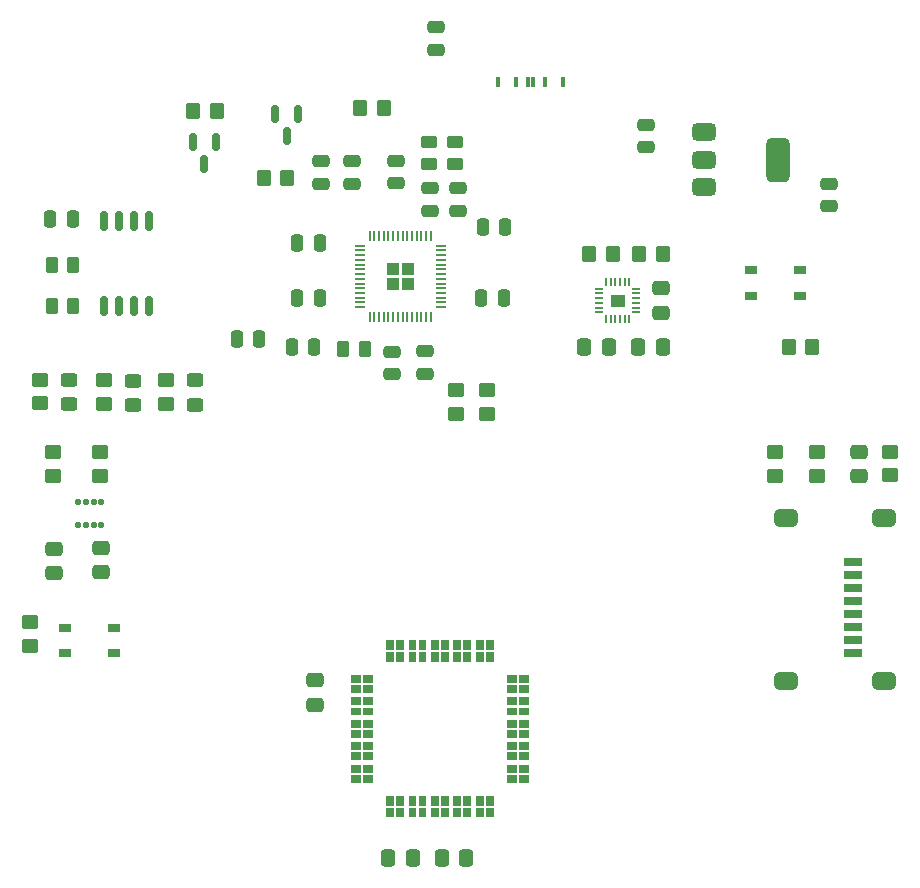
<source format=gbr>
%TF.GenerationSoftware,KiCad,Pcbnew,9.0.1*%
%TF.CreationDate,2025-04-08T19:45:02-03:00*%
%TF.ProjectId,SRAD_computer,53524144-5f63-46f6-9d70-757465722e6b,rev?*%
%TF.SameCoordinates,Original*%
%TF.FileFunction,Paste,Top*%
%TF.FilePolarity,Positive*%
%FSLAX46Y46*%
G04 Gerber Fmt 4.6, Leading zero omitted, Abs format (unit mm)*
G04 Created by KiCad (PCBNEW 9.0.1) date 2025-04-08 19:45:02*
%MOMM*%
%LPD*%
G01*
G04 APERTURE LIST*
G04 Aperture macros list*
%AMRoundRect*
0 Rectangle with rounded corners*
0 $1 Rounding radius*
0 $2 $3 $4 $5 $6 $7 $8 $9 X,Y pos of 4 corners*
0 Add a 4 corners polygon primitive as box body*
4,1,4,$2,$3,$4,$5,$6,$7,$8,$9,$2,$3,0*
0 Add four circle primitives for the rounded corners*
1,1,$1+$1,$2,$3*
1,1,$1+$1,$4,$5*
1,1,$1+$1,$6,$7*
1,1,$1+$1,$8,$9*
0 Add four rect primitives between the rounded corners*
20,1,$1+$1,$2,$3,$4,$5,0*
20,1,$1+$1,$4,$5,$6,$7,0*
20,1,$1+$1,$6,$7,$8,$9,0*
20,1,$1+$1,$8,$9,$2,$3,0*%
G04 Aperture macros list end*
%ADD10C,0.010000*%
%ADD11RoundRect,0.250000X-0.450000X0.325000X-0.450000X-0.325000X0.450000X-0.325000X0.450000X0.325000X0*%
%ADD12RoundRect,0.250000X-0.475000X0.337500X-0.475000X-0.337500X0.475000X-0.337500X0.475000X0.337500X0*%
%ADD13RoundRect,0.250000X-0.350000X-0.450000X0.350000X-0.450000X0.350000X0.450000X-0.350000X0.450000X0*%
%ADD14RoundRect,0.250000X0.475000X-0.250000X0.475000X0.250000X-0.475000X0.250000X-0.475000X-0.250000X0*%
%ADD15RoundRect,0.250000X0.262500X0.450000X-0.262500X0.450000X-0.262500X-0.450000X0.262500X-0.450000X0*%
%ADD16RoundRect,0.250000X-0.450000X0.350000X-0.450000X-0.350000X0.450000X-0.350000X0.450000X0.350000X0*%
%ADD17R,0.300000X0.900000*%
%ADD18RoundRect,0.250000X0.350000X0.450000X-0.350000X0.450000X-0.350000X-0.450000X0.350000X-0.450000X0*%
%ADD19RoundRect,0.250000X0.337500X0.475000X-0.337500X0.475000X-0.337500X-0.475000X0.337500X-0.475000X0*%
%ADD20RoundRect,0.250000X-0.475000X0.250000X-0.475000X-0.250000X0.475000X-0.250000X0.475000X0.250000X0*%
%ADD21RoundRect,0.375000X-0.625000X-0.375000X0.625000X-0.375000X0.625000X0.375000X-0.625000X0.375000X0*%
%ADD22RoundRect,0.500000X-0.500000X-1.400000X0.500000X-1.400000X0.500000X1.400000X-0.500000X1.400000X0*%
%ADD23RoundRect,0.250000X-0.450000X0.262500X-0.450000X-0.262500X0.450000X-0.262500X0.450000X0.262500X0*%
%ADD24RoundRect,0.150000X-0.150000X0.587500X-0.150000X-0.587500X0.150000X-0.587500X0.150000X0.587500X0*%
%ADD25R,1.050000X0.650000*%
%ADD26R,1.500000X0.800000*%
%ADD27RoundRect,0.362500X-0.637500X0.362500X-0.637500X-0.362500X0.637500X-0.362500X0.637500X0.362500X0*%
%ADD28RoundRect,0.162500X0.162500X-0.650000X0.162500X0.650000X-0.162500X0.650000X-0.162500X-0.650000X0*%
%ADD29RoundRect,0.250000X0.475000X-0.337500X0.475000X0.337500X-0.475000X0.337500X-0.475000X-0.337500X0*%
%ADD30RoundRect,0.250000X-0.337500X-0.475000X0.337500X-0.475000X0.337500X0.475000X-0.337500X0.475000X0*%
%ADD31RoundRect,0.250000X0.450000X-0.350000X0.450000X0.350000X-0.450000X0.350000X-0.450000X-0.350000X0*%
%ADD32RoundRect,0.250000X0.250000X0.475000X-0.250000X0.475000X-0.250000X-0.475000X0.250000X-0.475000X0*%
%ADD33RoundRect,0.027500X-0.292500X-0.082500X0.292500X-0.082500X0.292500X0.082500X-0.292500X0.082500X0*%
%ADD34RoundRect,0.027500X-0.082500X-0.292500X0.082500X-0.292500X0.082500X0.292500X-0.082500X0.292500X0*%
%ADD35RoundRect,0.056250X0.168750X-0.188750X0.168750X0.188750X-0.168750X0.188750X-0.168750X-0.188750X0*%
%ADD36RoundRect,0.250000X-0.250000X-0.475000X0.250000X-0.475000X0.250000X0.475000X-0.250000X0.475000X0*%
%ADD37RoundRect,0.250000X-0.262500X-0.450000X0.262500X-0.450000X0.262500X0.450000X-0.262500X0.450000X0*%
%ADD38RoundRect,0.250000X-0.292217X-0.292217X0.292217X-0.292217X0.292217X0.292217X-0.292217X0.292217X0*%
%ADD39RoundRect,0.050000X-0.387500X-0.050000X0.387500X-0.050000X0.387500X0.050000X-0.387500X0.050000X0*%
%ADD40RoundRect,0.050000X-0.050000X-0.387500X0.050000X-0.387500X0.050000X0.387500X-0.050000X0.387500X0*%
G04 APERTURE END LIST*
D10*
%TO.C,U5*%
X110492587Y-63219975D02*
X109417413Y-63219975D01*
X109417413Y-62245993D01*
X110492587Y-62245993D01*
X110492587Y-63219975D01*
G36*
X110492587Y-63219975D02*
G01*
X109417413Y-63219975D01*
X109417413Y-62245993D01*
X110492587Y-62245993D01*
X110492587Y-63219975D01*
G37*
%TO.C,U6*%
X88130000Y-95017984D02*
X87410000Y-95017984D01*
X87410000Y-94437984D01*
X88130000Y-94437984D01*
X88130000Y-95017984D01*
G36*
X88130000Y-95017984D02*
G01*
X87410000Y-95017984D01*
X87410000Y-94437984D01*
X88130000Y-94437984D01*
X88130000Y-95017984D01*
G37*
X88130000Y-95867984D02*
X87410000Y-95867984D01*
X87410000Y-95287984D01*
X88130000Y-95287984D01*
X88130000Y-95867984D01*
G36*
X88130000Y-95867984D02*
G01*
X87410000Y-95867984D01*
X87410000Y-95287984D01*
X88130000Y-95287984D01*
X88130000Y-95867984D01*
G37*
X88130000Y-96917984D02*
X87410000Y-96917984D01*
X87410000Y-96337984D01*
X88130000Y-96337984D01*
X88130000Y-96917984D01*
G36*
X88130000Y-96917984D02*
G01*
X87410000Y-96917984D01*
X87410000Y-96337984D01*
X88130000Y-96337984D01*
X88130000Y-96917984D01*
G37*
X88130000Y-97767984D02*
X87410000Y-97767984D01*
X87410000Y-97187984D01*
X88130000Y-97187984D01*
X88130000Y-97767984D01*
G36*
X88130000Y-97767984D02*
G01*
X87410000Y-97767984D01*
X87410000Y-97187984D01*
X88130000Y-97187984D01*
X88130000Y-97767984D01*
G37*
X88130000Y-98817984D02*
X87410000Y-98817984D01*
X87410000Y-98237984D01*
X88130000Y-98237984D01*
X88130000Y-98817984D01*
G36*
X88130000Y-98817984D02*
G01*
X87410000Y-98817984D01*
X87410000Y-98237984D01*
X88130000Y-98237984D01*
X88130000Y-98817984D01*
G37*
X88130000Y-99667984D02*
X87410000Y-99667984D01*
X87410000Y-99087984D01*
X88130000Y-99087984D01*
X88130000Y-99667984D01*
G36*
X88130000Y-99667984D02*
G01*
X87410000Y-99667984D01*
X87410000Y-99087984D01*
X88130000Y-99087984D01*
X88130000Y-99667984D01*
G37*
X88130000Y-100717984D02*
X87410000Y-100717984D01*
X87410000Y-100137984D01*
X88130000Y-100137984D01*
X88130000Y-100717984D01*
G36*
X88130000Y-100717984D02*
G01*
X87410000Y-100717984D01*
X87410000Y-100137984D01*
X88130000Y-100137984D01*
X88130000Y-100717984D01*
G37*
X88130000Y-101567984D02*
X87410000Y-101567984D01*
X87410000Y-100987984D01*
X88130000Y-100987984D01*
X88130000Y-101567984D01*
G36*
X88130000Y-101567984D02*
G01*
X87410000Y-101567984D01*
X87410000Y-100987984D01*
X88130000Y-100987984D01*
X88130000Y-101567984D01*
G37*
X88130000Y-102617984D02*
X87410000Y-102617984D01*
X87410000Y-102037984D01*
X88130000Y-102037984D01*
X88130000Y-102617984D01*
G36*
X88130000Y-102617984D02*
G01*
X87410000Y-102617984D01*
X87410000Y-102037984D01*
X88130000Y-102037984D01*
X88130000Y-102617984D01*
G37*
X88130000Y-103467984D02*
X87410000Y-103467984D01*
X87410000Y-102887984D01*
X88130000Y-102887984D01*
X88130000Y-103467984D01*
G36*
X88130000Y-103467984D02*
G01*
X87410000Y-103467984D01*
X87410000Y-102887984D01*
X88130000Y-102887984D01*
X88130000Y-103467984D01*
G37*
X89130000Y-95017984D02*
X88410000Y-95017984D01*
X88410000Y-94437984D01*
X89130000Y-94437984D01*
X89130000Y-95017984D01*
G36*
X89130000Y-95017984D02*
G01*
X88410000Y-95017984D01*
X88410000Y-94437984D01*
X89130000Y-94437984D01*
X89130000Y-95017984D01*
G37*
X89130000Y-95867984D02*
X88410000Y-95867984D01*
X88410000Y-95287984D01*
X89130000Y-95287984D01*
X89130000Y-95867984D01*
G36*
X89130000Y-95867984D02*
G01*
X88410000Y-95867984D01*
X88410000Y-95287984D01*
X89130000Y-95287984D01*
X89130000Y-95867984D01*
G37*
X89130000Y-96917984D02*
X88410000Y-96917984D01*
X88410000Y-96337984D01*
X89130000Y-96337984D01*
X89130000Y-96917984D01*
G36*
X89130000Y-96917984D02*
G01*
X88410000Y-96917984D01*
X88410000Y-96337984D01*
X89130000Y-96337984D01*
X89130000Y-96917984D01*
G37*
X89130000Y-97767984D02*
X88410000Y-97767984D01*
X88410000Y-97187984D01*
X89130000Y-97187984D01*
X89130000Y-97767984D01*
G36*
X89130000Y-97767984D02*
G01*
X88410000Y-97767984D01*
X88410000Y-97187984D01*
X89130000Y-97187984D01*
X89130000Y-97767984D01*
G37*
X89130000Y-98817984D02*
X88410000Y-98817984D01*
X88410000Y-98237984D01*
X89130000Y-98237984D01*
X89130000Y-98817984D01*
G36*
X89130000Y-98817984D02*
G01*
X88410000Y-98817984D01*
X88410000Y-98237984D01*
X89130000Y-98237984D01*
X89130000Y-98817984D01*
G37*
X89130000Y-99667984D02*
X88410000Y-99667984D01*
X88410000Y-99087984D01*
X89130000Y-99087984D01*
X89130000Y-99667984D01*
G36*
X89130000Y-99667984D02*
G01*
X88410000Y-99667984D01*
X88410000Y-99087984D01*
X89130000Y-99087984D01*
X89130000Y-99667984D01*
G37*
X89130000Y-100717984D02*
X88410000Y-100717984D01*
X88410000Y-100137984D01*
X89130000Y-100137984D01*
X89130000Y-100717984D01*
G36*
X89130000Y-100717984D02*
G01*
X88410000Y-100717984D01*
X88410000Y-100137984D01*
X89130000Y-100137984D01*
X89130000Y-100717984D01*
G37*
X89130000Y-101567984D02*
X88410000Y-101567984D01*
X88410000Y-100987984D01*
X89130000Y-100987984D01*
X89130000Y-101567984D01*
G36*
X89130000Y-101567984D02*
G01*
X88410000Y-101567984D01*
X88410000Y-100987984D01*
X89130000Y-100987984D01*
X89130000Y-101567984D01*
G37*
X89130000Y-102617984D02*
X88410000Y-102617984D01*
X88410000Y-102037984D01*
X89130000Y-102037984D01*
X89130000Y-102617984D01*
G36*
X89130000Y-102617984D02*
G01*
X88410000Y-102617984D01*
X88410000Y-102037984D01*
X89130000Y-102037984D01*
X89130000Y-102617984D01*
G37*
X89130000Y-103467984D02*
X88410000Y-103467984D01*
X88410000Y-102887984D01*
X89130000Y-102887984D01*
X89130000Y-103467984D01*
G36*
X89130000Y-103467984D02*
G01*
X88410000Y-103467984D01*
X88410000Y-102887984D01*
X89130000Y-102887984D01*
X89130000Y-103467984D01*
G37*
X90935000Y-92212984D02*
X90355000Y-92212984D01*
X90355000Y-91492984D01*
X90935000Y-91492984D01*
X90935000Y-92212984D01*
G36*
X90935000Y-92212984D02*
G01*
X90355000Y-92212984D01*
X90355000Y-91492984D01*
X90935000Y-91492984D01*
X90935000Y-92212984D01*
G37*
X90935000Y-93212984D02*
X90355000Y-93212984D01*
X90355000Y-92492984D01*
X90935000Y-92492984D01*
X90935000Y-93212984D01*
G36*
X90935000Y-93212984D02*
G01*
X90355000Y-93212984D01*
X90355000Y-92492984D01*
X90935000Y-92492984D01*
X90935000Y-93212984D01*
G37*
X90935000Y-105412984D02*
X90355000Y-105412984D01*
X90355000Y-104692984D01*
X90935000Y-104692984D01*
X90935000Y-105412984D01*
G36*
X90935000Y-105412984D02*
G01*
X90355000Y-105412984D01*
X90355000Y-104692984D01*
X90935000Y-104692984D01*
X90935000Y-105412984D01*
G37*
X90935000Y-106412984D02*
X90355000Y-106412984D01*
X90355000Y-105692984D01*
X90935000Y-105692984D01*
X90935000Y-106412984D01*
G36*
X90935000Y-106412984D02*
G01*
X90355000Y-106412984D01*
X90355000Y-105692984D01*
X90935000Y-105692984D01*
X90935000Y-106412984D01*
G37*
X91785000Y-92212984D02*
X91205000Y-92212984D01*
X91205000Y-91492984D01*
X91785000Y-91492984D01*
X91785000Y-92212984D01*
G36*
X91785000Y-92212984D02*
G01*
X91205000Y-92212984D01*
X91205000Y-91492984D01*
X91785000Y-91492984D01*
X91785000Y-92212984D01*
G37*
X91785000Y-93212984D02*
X91205000Y-93212984D01*
X91205000Y-92492984D01*
X91785000Y-92492984D01*
X91785000Y-93212984D01*
G36*
X91785000Y-93212984D02*
G01*
X91205000Y-93212984D01*
X91205000Y-92492984D01*
X91785000Y-92492984D01*
X91785000Y-93212984D01*
G37*
X91785000Y-105412984D02*
X91205000Y-105412984D01*
X91205000Y-104692984D01*
X91785000Y-104692984D01*
X91785000Y-105412984D01*
G36*
X91785000Y-105412984D02*
G01*
X91205000Y-105412984D01*
X91205000Y-104692984D01*
X91785000Y-104692984D01*
X91785000Y-105412984D01*
G37*
X91785000Y-106412984D02*
X91205000Y-106412984D01*
X91205000Y-105692984D01*
X91785000Y-105692984D01*
X91785000Y-106412984D01*
G36*
X91785000Y-106412984D02*
G01*
X91205000Y-106412984D01*
X91205000Y-105692984D01*
X91785000Y-105692984D01*
X91785000Y-106412984D01*
G37*
X92835000Y-92212984D02*
X92255000Y-92212984D01*
X92255000Y-91492984D01*
X92835000Y-91492984D01*
X92835000Y-92212984D01*
G36*
X92835000Y-92212984D02*
G01*
X92255000Y-92212984D01*
X92255000Y-91492984D01*
X92835000Y-91492984D01*
X92835000Y-92212984D01*
G37*
X92835000Y-93212984D02*
X92255000Y-93212984D01*
X92255000Y-92492984D01*
X92835000Y-92492984D01*
X92835000Y-93212984D01*
G36*
X92835000Y-93212984D02*
G01*
X92255000Y-93212984D01*
X92255000Y-92492984D01*
X92835000Y-92492984D01*
X92835000Y-93212984D01*
G37*
X92835000Y-105412984D02*
X92255000Y-105412984D01*
X92255000Y-104692984D01*
X92835000Y-104692984D01*
X92835000Y-105412984D01*
G36*
X92835000Y-105412984D02*
G01*
X92255000Y-105412984D01*
X92255000Y-104692984D01*
X92835000Y-104692984D01*
X92835000Y-105412984D01*
G37*
X92835000Y-106412984D02*
X92255000Y-106412984D01*
X92255000Y-105692984D01*
X92835000Y-105692984D01*
X92835000Y-106412984D01*
G36*
X92835000Y-106412984D02*
G01*
X92255000Y-106412984D01*
X92255000Y-105692984D01*
X92835000Y-105692984D01*
X92835000Y-106412984D01*
G37*
X93685000Y-92212984D02*
X93105000Y-92212984D01*
X93105000Y-91492984D01*
X93685000Y-91492984D01*
X93685000Y-92212984D01*
G36*
X93685000Y-92212984D02*
G01*
X93105000Y-92212984D01*
X93105000Y-91492984D01*
X93685000Y-91492984D01*
X93685000Y-92212984D01*
G37*
X93685000Y-93212984D02*
X93105000Y-93212984D01*
X93105000Y-92492984D01*
X93685000Y-92492984D01*
X93685000Y-93212984D01*
G36*
X93685000Y-93212984D02*
G01*
X93105000Y-93212984D01*
X93105000Y-92492984D01*
X93685000Y-92492984D01*
X93685000Y-93212984D01*
G37*
X93685000Y-105412984D02*
X93105000Y-105412984D01*
X93105000Y-104692984D01*
X93685000Y-104692984D01*
X93685000Y-105412984D01*
G36*
X93685000Y-105412984D02*
G01*
X93105000Y-105412984D01*
X93105000Y-104692984D01*
X93685000Y-104692984D01*
X93685000Y-105412984D01*
G37*
X93685000Y-106412984D02*
X93105000Y-106412984D01*
X93105000Y-105692984D01*
X93685000Y-105692984D01*
X93685000Y-106412984D01*
G36*
X93685000Y-106412984D02*
G01*
X93105000Y-106412984D01*
X93105000Y-105692984D01*
X93685000Y-105692984D01*
X93685000Y-106412984D01*
G37*
X94735000Y-92212984D02*
X94155000Y-92212984D01*
X94155000Y-91492984D01*
X94735000Y-91492984D01*
X94735000Y-92212984D01*
G36*
X94735000Y-92212984D02*
G01*
X94155000Y-92212984D01*
X94155000Y-91492984D01*
X94735000Y-91492984D01*
X94735000Y-92212984D01*
G37*
X94735000Y-93212984D02*
X94155000Y-93212984D01*
X94155000Y-92492984D01*
X94735000Y-92492984D01*
X94735000Y-93212984D01*
G36*
X94735000Y-93212984D02*
G01*
X94155000Y-93212984D01*
X94155000Y-92492984D01*
X94735000Y-92492984D01*
X94735000Y-93212984D01*
G37*
X94735000Y-105412984D02*
X94155000Y-105412984D01*
X94155000Y-104692984D01*
X94735000Y-104692984D01*
X94735000Y-105412984D01*
G36*
X94735000Y-105412984D02*
G01*
X94155000Y-105412984D01*
X94155000Y-104692984D01*
X94735000Y-104692984D01*
X94735000Y-105412984D01*
G37*
X94735000Y-106412984D02*
X94155000Y-106412984D01*
X94155000Y-105692984D01*
X94735000Y-105692984D01*
X94735000Y-106412984D01*
G36*
X94735000Y-106412984D02*
G01*
X94155000Y-106412984D01*
X94155000Y-105692984D01*
X94735000Y-105692984D01*
X94735000Y-106412984D01*
G37*
X95585000Y-92212984D02*
X95005000Y-92212984D01*
X95005000Y-91492984D01*
X95585000Y-91492984D01*
X95585000Y-92212984D01*
G36*
X95585000Y-92212984D02*
G01*
X95005000Y-92212984D01*
X95005000Y-91492984D01*
X95585000Y-91492984D01*
X95585000Y-92212984D01*
G37*
X95585000Y-93212984D02*
X95005000Y-93212984D01*
X95005000Y-92492984D01*
X95585000Y-92492984D01*
X95585000Y-93212984D01*
G36*
X95585000Y-93212984D02*
G01*
X95005000Y-93212984D01*
X95005000Y-92492984D01*
X95585000Y-92492984D01*
X95585000Y-93212984D01*
G37*
X95585000Y-105412984D02*
X95005000Y-105412984D01*
X95005000Y-104692984D01*
X95585000Y-104692984D01*
X95585000Y-105412984D01*
G36*
X95585000Y-105412984D02*
G01*
X95005000Y-105412984D01*
X95005000Y-104692984D01*
X95585000Y-104692984D01*
X95585000Y-105412984D01*
G37*
X95585000Y-106412984D02*
X95005000Y-106412984D01*
X95005000Y-105692984D01*
X95585000Y-105692984D01*
X95585000Y-106412984D01*
G36*
X95585000Y-106412984D02*
G01*
X95005000Y-106412984D01*
X95005000Y-105692984D01*
X95585000Y-105692984D01*
X95585000Y-106412984D01*
G37*
X96635000Y-92212984D02*
X96055000Y-92212984D01*
X96055000Y-91492984D01*
X96635000Y-91492984D01*
X96635000Y-92212984D01*
G36*
X96635000Y-92212984D02*
G01*
X96055000Y-92212984D01*
X96055000Y-91492984D01*
X96635000Y-91492984D01*
X96635000Y-92212984D01*
G37*
X96635000Y-93212984D02*
X96055000Y-93212984D01*
X96055000Y-92492984D01*
X96635000Y-92492984D01*
X96635000Y-93212984D01*
G36*
X96635000Y-93212984D02*
G01*
X96055000Y-93212984D01*
X96055000Y-92492984D01*
X96635000Y-92492984D01*
X96635000Y-93212984D01*
G37*
X96635000Y-105412984D02*
X96055000Y-105412984D01*
X96055000Y-104692984D01*
X96635000Y-104692984D01*
X96635000Y-105412984D01*
G36*
X96635000Y-105412984D02*
G01*
X96055000Y-105412984D01*
X96055000Y-104692984D01*
X96635000Y-104692984D01*
X96635000Y-105412984D01*
G37*
X96635000Y-106412984D02*
X96055000Y-106412984D01*
X96055000Y-105692984D01*
X96635000Y-105692984D01*
X96635000Y-106412984D01*
G36*
X96635000Y-106412984D02*
G01*
X96055000Y-106412984D01*
X96055000Y-105692984D01*
X96635000Y-105692984D01*
X96635000Y-106412984D01*
G37*
X97485000Y-92212984D02*
X96905000Y-92212984D01*
X96905000Y-91492984D01*
X97485000Y-91492984D01*
X97485000Y-92212984D01*
G36*
X97485000Y-92212984D02*
G01*
X96905000Y-92212984D01*
X96905000Y-91492984D01*
X97485000Y-91492984D01*
X97485000Y-92212984D01*
G37*
X97485000Y-93212984D02*
X96905000Y-93212984D01*
X96905000Y-92492984D01*
X97485000Y-92492984D01*
X97485000Y-93212984D01*
G36*
X97485000Y-93212984D02*
G01*
X96905000Y-93212984D01*
X96905000Y-92492984D01*
X97485000Y-92492984D01*
X97485000Y-93212984D01*
G37*
X97485000Y-105412984D02*
X96905000Y-105412984D01*
X96905000Y-104692984D01*
X97485000Y-104692984D01*
X97485000Y-105412984D01*
G36*
X97485000Y-105412984D02*
G01*
X96905000Y-105412984D01*
X96905000Y-104692984D01*
X97485000Y-104692984D01*
X97485000Y-105412984D01*
G37*
X97485000Y-106412984D02*
X96905000Y-106412984D01*
X96905000Y-105692984D01*
X97485000Y-105692984D01*
X97485000Y-106412984D01*
G36*
X97485000Y-106412984D02*
G01*
X96905000Y-106412984D01*
X96905000Y-105692984D01*
X97485000Y-105692984D01*
X97485000Y-106412984D01*
G37*
X98535000Y-92212984D02*
X97955000Y-92212984D01*
X97955000Y-91492984D01*
X98535000Y-91492984D01*
X98535000Y-92212984D01*
G36*
X98535000Y-92212984D02*
G01*
X97955000Y-92212984D01*
X97955000Y-91492984D01*
X98535000Y-91492984D01*
X98535000Y-92212984D01*
G37*
X98535000Y-93212984D02*
X97955000Y-93212984D01*
X97955000Y-92492984D01*
X98535000Y-92492984D01*
X98535000Y-93212984D01*
G36*
X98535000Y-93212984D02*
G01*
X97955000Y-93212984D01*
X97955000Y-92492984D01*
X98535000Y-92492984D01*
X98535000Y-93212984D01*
G37*
X98535000Y-105412984D02*
X97955000Y-105412984D01*
X97955000Y-104692984D01*
X98535000Y-104692984D01*
X98535000Y-105412984D01*
G36*
X98535000Y-105412984D02*
G01*
X97955000Y-105412984D01*
X97955000Y-104692984D01*
X98535000Y-104692984D01*
X98535000Y-105412984D01*
G37*
X98535000Y-106412984D02*
X97955000Y-106412984D01*
X97955000Y-105692984D01*
X98535000Y-105692984D01*
X98535000Y-106412984D01*
G36*
X98535000Y-106412984D02*
G01*
X97955000Y-106412984D01*
X97955000Y-105692984D01*
X98535000Y-105692984D01*
X98535000Y-106412984D01*
G37*
X99385000Y-92212984D02*
X98805000Y-92212984D01*
X98805000Y-91492984D01*
X99385000Y-91492984D01*
X99385000Y-92212984D01*
G36*
X99385000Y-92212984D02*
G01*
X98805000Y-92212984D01*
X98805000Y-91492984D01*
X99385000Y-91492984D01*
X99385000Y-92212984D01*
G37*
X99385000Y-93212984D02*
X98805000Y-93212984D01*
X98805000Y-92492984D01*
X99385000Y-92492984D01*
X99385000Y-93212984D01*
G36*
X99385000Y-93212984D02*
G01*
X98805000Y-93212984D01*
X98805000Y-92492984D01*
X99385000Y-92492984D01*
X99385000Y-93212984D01*
G37*
X99385000Y-105412984D02*
X98805000Y-105412984D01*
X98805000Y-104692984D01*
X99385000Y-104692984D01*
X99385000Y-105412984D01*
G36*
X99385000Y-105412984D02*
G01*
X98805000Y-105412984D01*
X98805000Y-104692984D01*
X99385000Y-104692984D01*
X99385000Y-105412984D01*
G37*
X99385000Y-106412984D02*
X98805000Y-106412984D01*
X98805000Y-105692984D01*
X99385000Y-105692984D01*
X99385000Y-106412984D01*
G36*
X99385000Y-106412984D02*
G01*
X98805000Y-106412984D01*
X98805000Y-105692984D01*
X99385000Y-105692984D01*
X99385000Y-106412984D01*
G37*
X101330000Y-95017984D02*
X100610000Y-95017984D01*
X100610000Y-94437984D01*
X101330000Y-94437984D01*
X101330000Y-95017984D01*
G36*
X101330000Y-95017984D02*
G01*
X100610000Y-95017984D01*
X100610000Y-94437984D01*
X101330000Y-94437984D01*
X101330000Y-95017984D01*
G37*
X101330000Y-95867984D02*
X100610000Y-95867984D01*
X100610000Y-95287984D01*
X101330000Y-95287984D01*
X101330000Y-95867984D01*
G36*
X101330000Y-95867984D02*
G01*
X100610000Y-95867984D01*
X100610000Y-95287984D01*
X101330000Y-95287984D01*
X101330000Y-95867984D01*
G37*
X101330000Y-96917984D02*
X100610000Y-96917984D01*
X100610000Y-96337984D01*
X101330000Y-96337984D01*
X101330000Y-96917984D01*
G36*
X101330000Y-96917984D02*
G01*
X100610000Y-96917984D01*
X100610000Y-96337984D01*
X101330000Y-96337984D01*
X101330000Y-96917984D01*
G37*
X101330000Y-97767984D02*
X100610000Y-97767984D01*
X100610000Y-97187984D01*
X101330000Y-97187984D01*
X101330000Y-97767984D01*
G36*
X101330000Y-97767984D02*
G01*
X100610000Y-97767984D01*
X100610000Y-97187984D01*
X101330000Y-97187984D01*
X101330000Y-97767984D01*
G37*
X101330000Y-98817984D02*
X100610000Y-98817984D01*
X100610000Y-98237984D01*
X101330000Y-98237984D01*
X101330000Y-98817984D01*
G36*
X101330000Y-98817984D02*
G01*
X100610000Y-98817984D01*
X100610000Y-98237984D01*
X101330000Y-98237984D01*
X101330000Y-98817984D01*
G37*
X101330000Y-99667984D02*
X100610000Y-99667984D01*
X100610000Y-99087984D01*
X101330000Y-99087984D01*
X101330000Y-99667984D01*
G36*
X101330000Y-99667984D02*
G01*
X100610000Y-99667984D01*
X100610000Y-99087984D01*
X101330000Y-99087984D01*
X101330000Y-99667984D01*
G37*
X101330000Y-100717984D02*
X100610000Y-100717984D01*
X100610000Y-100137984D01*
X101330000Y-100137984D01*
X101330000Y-100717984D01*
G36*
X101330000Y-100717984D02*
G01*
X100610000Y-100717984D01*
X100610000Y-100137984D01*
X101330000Y-100137984D01*
X101330000Y-100717984D01*
G37*
X101330000Y-101567984D02*
X100610000Y-101567984D01*
X100610000Y-100987984D01*
X101330000Y-100987984D01*
X101330000Y-101567984D01*
G36*
X101330000Y-101567984D02*
G01*
X100610000Y-101567984D01*
X100610000Y-100987984D01*
X101330000Y-100987984D01*
X101330000Y-101567984D01*
G37*
X101330000Y-102617984D02*
X100610000Y-102617984D01*
X100610000Y-102037984D01*
X101330000Y-102037984D01*
X101330000Y-102617984D01*
G36*
X101330000Y-102617984D02*
G01*
X100610000Y-102617984D01*
X100610000Y-102037984D01*
X101330000Y-102037984D01*
X101330000Y-102617984D01*
G37*
X101330000Y-103467984D02*
X100610000Y-103467984D01*
X100610000Y-102887984D01*
X101330000Y-102887984D01*
X101330000Y-103467984D01*
G36*
X101330000Y-103467984D02*
G01*
X100610000Y-103467984D01*
X100610000Y-102887984D01*
X101330000Y-102887984D01*
X101330000Y-103467984D01*
G37*
X102330000Y-95017984D02*
X101610000Y-95017984D01*
X101610000Y-94437984D01*
X102330000Y-94437984D01*
X102330000Y-95017984D01*
G36*
X102330000Y-95017984D02*
G01*
X101610000Y-95017984D01*
X101610000Y-94437984D01*
X102330000Y-94437984D01*
X102330000Y-95017984D01*
G37*
X102330000Y-95867984D02*
X101610000Y-95867984D01*
X101610000Y-95287984D01*
X102330000Y-95287984D01*
X102330000Y-95867984D01*
G36*
X102330000Y-95867984D02*
G01*
X101610000Y-95867984D01*
X101610000Y-95287984D01*
X102330000Y-95287984D01*
X102330000Y-95867984D01*
G37*
X102330000Y-96917984D02*
X101610000Y-96917984D01*
X101610000Y-96337984D01*
X102330000Y-96337984D01*
X102330000Y-96917984D01*
G36*
X102330000Y-96917984D02*
G01*
X101610000Y-96917984D01*
X101610000Y-96337984D01*
X102330000Y-96337984D01*
X102330000Y-96917984D01*
G37*
X102330000Y-97767984D02*
X101610000Y-97767984D01*
X101610000Y-97187984D01*
X102330000Y-97187984D01*
X102330000Y-97767984D01*
G36*
X102330000Y-97767984D02*
G01*
X101610000Y-97767984D01*
X101610000Y-97187984D01*
X102330000Y-97187984D01*
X102330000Y-97767984D01*
G37*
X102330000Y-98817984D02*
X101610000Y-98817984D01*
X101610000Y-98237984D01*
X102330000Y-98237984D01*
X102330000Y-98817984D01*
G36*
X102330000Y-98817984D02*
G01*
X101610000Y-98817984D01*
X101610000Y-98237984D01*
X102330000Y-98237984D01*
X102330000Y-98817984D01*
G37*
X102330000Y-99667984D02*
X101610000Y-99667984D01*
X101610000Y-99087984D01*
X102330000Y-99087984D01*
X102330000Y-99667984D01*
G36*
X102330000Y-99667984D02*
G01*
X101610000Y-99667984D01*
X101610000Y-99087984D01*
X102330000Y-99087984D01*
X102330000Y-99667984D01*
G37*
X102330000Y-100717984D02*
X101610000Y-100717984D01*
X101610000Y-100137984D01*
X102330000Y-100137984D01*
X102330000Y-100717984D01*
G36*
X102330000Y-100717984D02*
G01*
X101610000Y-100717984D01*
X101610000Y-100137984D01*
X102330000Y-100137984D01*
X102330000Y-100717984D01*
G37*
X102330000Y-101567984D02*
X101610000Y-101567984D01*
X101610000Y-100987984D01*
X102330000Y-100987984D01*
X102330000Y-101567984D01*
G36*
X102330000Y-101567984D02*
G01*
X101610000Y-101567984D01*
X101610000Y-100987984D01*
X102330000Y-100987984D01*
X102330000Y-101567984D01*
G37*
X102330000Y-102617984D02*
X101610000Y-102617984D01*
X101610000Y-102037984D01*
X102330000Y-102037984D01*
X102330000Y-102617984D01*
G36*
X102330000Y-102617984D02*
G01*
X101610000Y-102617984D01*
X101610000Y-102037984D01*
X102330000Y-102037984D01*
X102330000Y-102617984D01*
G37*
X102330000Y-103467984D02*
X101610000Y-103467984D01*
X101610000Y-102887984D01*
X102330000Y-102887984D01*
X102330000Y-103467984D01*
G36*
X102330000Y-103467984D02*
G01*
X101610000Y-103467984D01*
X101610000Y-102887984D01*
X102330000Y-102887984D01*
X102330000Y-103467984D01*
G37*
%TD*%
D11*
%TO.C,D2*%
X68908000Y-69502984D03*
X68908000Y-71552984D03*
%TD*%
D12*
%TO.C,C_BME_VDDIO1*%
X66190707Y-83678691D03*
X66190707Y-85753691D03*
%TD*%
D13*
%TO.C,R7*%
X79980000Y-52372984D03*
X81980000Y-52372984D03*
%TD*%
D14*
%TO.C,C8*%
X94100000Y-55112836D03*
X94100000Y-53212836D03*
%TD*%
D15*
%TO.C,R2*%
X63880859Y-59723927D03*
X62055859Y-59723927D03*
%TD*%
D16*
%TO.C,R15*%
X133050000Y-75542984D03*
X133050000Y-77542984D03*
%TD*%
D17*
%TO.C,J7*%
X105330000Y-44200000D03*
X103830000Y-44200000D03*
X102830000Y-44200000D03*
X102330000Y-44200000D03*
X101330000Y-44200000D03*
X99830000Y-44200000D03*
%TD*%
D14*
%TO.C,C10*%
X96470000Y-55112836D03*
X96470000Y-53212836D03*
%TD*%
%TO.C,C1*%
X112330000Y-49732836D03*
X112330000Y-47832836D03*
%TD*%
D16*
%TO.C,R13*%
X123303333Y-75552984D03*
X123303333Y-77552984D03*
%TD*%
D18*
%TO.C,R8*%
X90180000Y-46402836D03*
X88180000Y-46402836D03*
%TD*%
D16*
%TO.C,R_BME_SDA1*%
X62170707Y-75566191D03*
X62170707Y-77566191D03*
%TD*%
%TO.C,R16*%
X60220000Y-89950000D03*
X60220000Y-91950000D03*
%TD*%
D19*
%TO.C,C_VDDIO_MPU1*%
X109200000Y-66622984D03*
X107125000Y-66622984D03*
%TD*%
D20*
%TO.C,C4*%
X127880000Y-52852836D03*
X127880000Y-54752836D03*
%TD*%
D21*
%TO.C,U1*%
X117230000Y-48500336D03*
X117230000Y-50800336D03*
D22*
X123530000Y-50800336D03*
D21*
X117230000Y-53100336D03*
%TD*%
D16*
%TO.C,R_BME_SCL1*%
X66160707Y-75546191D03*
X66160707Y-77546191D03*
%TD*%
D23*
%TO.C,R3*%
X93990000Y-49325336D03*
X93990000Y-51150336D03*
%TD*%
D24*
%TO.C,Q3*%
X75922500Y-49275336D03*
X74022500Y-49275336D03*
X74972500Y-51150336D03*
%TD*%
D19*
%TO.C,C_SAM_VCCIO1*%
X92620000Y-109952984D03*
X90545000Y-109952984D03*
%TD*%
D16*
%TO.C,R9*%
X71710000Y-69465484D03*
X71710000Y-71465484D03*
%TD*%
D25*
%TO.C,S2*%
X63190000Y-90460000D03*
X67340000Y-90460000D03*
X63190000Y-92610000D03*
X67340000Y-92610000D03*
%TD*%
D26*
%TO.C,J6*%
X129910000Y-84847984D03*
X129910000Y-85947984D03*
X129910000Y-87047984D03*
X129910000Y-88147984D03*
X129910000Y-89247984D03*
X129910000Y-90347984D03*
X129910000Y-91447984D03*
X129910000Y-92547984D03*
D27*
X132510000Y-81177984D03*
X124210000Y-81177984D03*
X132510000Y-94927984D03*
X124210000Y-94927984D03*
%TD*%
D28*
%TO.C,U2*%
X66454747Y-63201427D03*
X67724747Y-63201427D03*
X68994747Y-63201427D03*
X70264747Y-63201427D03*
X70264747Y-56026427D03*
X68994747Y-56026427D03*
X67724747Y-56026427D03*
X66454747Y-56026427D03*
%TD*%
D16*
%TO.C,R10*%
X66440000Y-69482984D03*
X66440000Y-71482984D03*
%TD*%
D11*
%TO.C,D1*%
X74178000Y-69485484D03*
X74178000Y-71535484D03*
%TD*%
D12*
%TO.C,C18*%
X130356666Y-75515484D03*
X130356666Y-77590484D03*
%TD*%
D13*
%TO.C,R6*%
X74020000Y-46652836D03*
X76020000Y-46652836D03*
%TD*%
D20*
%TO.C,C6*%
X93610000Y-67022836D03*
X93610000Y-68922836D03*
%TD*%
D29*
%TO.C,C_VDD_MPU1*%
X113642500Y-63770484D03*
X113642500Y-61695484D03*
%TD*%
D11*
%TO.C,D3*%
X63528000Y-69465484D03*
X63528000Y-71515484D03*
%TD*%
D30*
%TO.C,C_MPU_REG1*%
X111705000Y-66622984D03*
X113780000Y-66622984D03*
%TD*%
D31*
%TO.C,R_SAM_SDA1*%
X98880000Y-72322984D03*
X98880000Y-70322984D03*
%TD*%
D20*
%TO.C,C17*%
X94570000Y-39582836D03*
X94570000Y-41482836D03*
%TD*%
D32*
%TO.C,C14*%
X84730000Y-62522984D03*
X82830000Y-62522984D03*
%TD*%
D33*
%TO.C,U5*%
X108410000Y-61732984D03*
X108410000Y-62132984D03*
X108410000Y-62532984D03*
X108410000Y-62932984D03*
X108410000Y-63332984D03*
X108410000Y-63732984D03*
D34*
X108955000Y-64277984D03*
X109355000Y-64277984D03*
X109755000Y-64277984D03*
X110155000Y-64277984D03*
X110555000Y-64277984D03*
X110955000Y-64277984D03*
D33*
X111500000Y-63732984D03*
X111500000Y-63332984D03*
X111500000Y-62932984D03*
X111500000Y-62532984D03*
X111500000Y-62132984D03*
X111500000Y-61732984D03*
D34*
X110955000Y-61187984D03*
X110555000Y-61187984D03*
X110155000Y-61187984D03*
X109755000Y-61187984D03*
X109355000Y-61187984D03*
X108955000Y-61187984D03*
%TD*%
D12*
%TO.C,C_BME_VDD1*%
X62200707Y-83758691D03*
X62200707Y-85833691D03*
%TD*%
D29*
%TO.C,C_SAM_VCC1*%
X84370000Y-96952984D03*
X84370000Y-94877984D03*
%TD*%
D23*
%TO.C,R4*%
X96210000Y-49345336D03*
X96210000Y-51170336D03*
%TD*%
D18*
%TO.C,R_MPU_SCL1*%
X113760000Y-58782984D03*
X111760000Y-58782984D03*
%TD*%
D15*
%TO.C,R1*%
X63859747Y-63183927D03*
X62034747Y-63183927D03*
%TD*%
D18*
%TO.C,R_MPU_SDA1*%
X109530000Y-58772984D03*
X107530000Y-58772984D03*
%TD*%
D25*
%TO.C,S1*%
X121280000Y-60172984D03*
X125430000Y-60172984D03*
X121280000Y-62322984D03*
X125430000Y-62322984D03*
%TD*%
D20*
%TO.C,C13*%
X90820000Y-67062836D03*
X90820000Y-68962836D03*
%TD*%
D32*
%TO.C,C15*%
X84730000Y-57872984D03*
X82830000Y-57872984D03*
%TD*%
D13*
%TO.C,R12*%
X124450000Y-66632984D03*
X126450000Y-66632984D03*
%TD*%
D14*
%TO.C,C7*%
X84830000Y-52822984D03*
X84830000Y-50922984D03*
%TD*%
D16*
%TO.C,R11*%
X61060000Y-69445484D03*
X61060000Y-71445484D03*
%TD*%
D35*
%TO.C,U4*%
X64290707Y-79801191D03*
X64940707Y-79801191D03*
X65590707Y-79801191D03*
X66240707Y-79801191D03*
X66240707Y-81741191D03*
X65590707Y-81741191D03*
X64940707Y-81741191D03*
X64290707Y-81741191D03*
%TD*%
D36*
%TO.C,C11*%
X98530000Y-56472984D03*
X100430000Y-56472984D03*
%TD*%
D31*
%TO.C,R_SAM_SCL1*%
X96280000Y-72322984D03*
X96280000Y-70322984D03*
%TD*%
D37*
%TO.C,R5*%
X86717500Y-66822984D03*
X88542500Y-66822984D03*
%TD*%
D24*
%TO.C,Q1*%
X82880000Y-46947984D03*
X80980000Y-46947984D03*
X81930000Y-48822984D03*
%TD*%
D36*
%TO.C,C12*%
X98430000Y-62522984D03*
X100330000Y-62522984D03*
%TD*%
D32*
%TO.C,C2*%
X84250000Y-66672984D03*
X82350000Y-66672984D03*
%TD*%
D38*
%TO.C,U3*%
X90912500Y-60050336D03*
X90912500Y-61325336D03*
X92187500Y-60050336D03*
X92187500Y-61325336D03*
D39*
X88112500Y-58087836D03*
X88112500Y-58487836D03*
X88112500Y-58887836D03*
X88112500Y-59287836D03*
X88112500Y-59687836D03*
X88112500Y-60087836D03*
X88112500Y-60487836D03*
X88112500Y-60887836D03*
X88112500Y-61287836D03*
X88112500Y-61687836D03*
X88112500Y-62087836D03*
X88112500Y-62487836D03*
X88112500Y-62887836D03*
X88112500Y-63287836D03*
D40*
X88950000Y-64125336D03*
X89350000Y-64125336D03*
X89750000Y-64125336D03*
X90150000Y-64125336D03*
X90550000Y-64125336D03*
X90950000Y-64125336D03*
X91350000Y-64125336D03*
X91750000Y-64125336D03*
X92150000Y-64125336D03*
X92550000Y-64125336D03*
X92950000Y-64125336D03*
X93350000Y-64125336D03*
X93750000Y-64125336D03*
X94150000Y-64125336D03*
D39*
X94987500Y-63287836D03*
X94987500Y-62887836D03*
X94987500Y-62487836D03*
X94987500Y-62087836D03*
X94987500Y-61687836D03*
X94987500Y-61287836D03*
X94987500Y-60887836D03*
X94987500Y-60487836D03*
X94987500Y-60087836D03*
X94987500Y-59687836D03*
X94987500Y-59287836D03*
X94987500Y-58887836D03*
X94987500Y-58487836D03*
X94987500Y-58087836D03*
D40*
X94150000Y-57250336D03*
X93750000Y-57250336D03*
X93350000Y-57250336D03*
X92950000Y-57250336D03*
X92550000Y-57250336D03*
X92150000Y-57250336D03*
X91750000Y-57250336D03*
X91350000Y-57250336D03*
X90950000Y-57250336D03*
X90550000Y-57250336D03*
X90150000Y-57250336D03*
X89750000Y-57250336D03*
X89350000Y-57250336D03*
X88950000Y-57250336D03*
%TD*%
D14*
%TO.C,C9*%
X91160000Y-52792836D03*
X91160000Y-50892836D03*
%TD*%
D30*
%TO.C,C_SAM_VBCKP1*%
X95082500Y-109952984D03*
X97157500Y-109952984D03*
%TD*%
D32*
%TO.C,C3*%
X79590000Y-66022984D03*
X77690000Y-66022984D03*
%TD*%
D16*
%TO.C,R14*%
X126830000Y-75552984D03*
X126830000Y-77552984D03*
%TD*%
D32*
%TO.C,C5*%
X63838359Y-55853927D03*
X61938359Y-55853927D03*
%TD*%
D14*
%TO.C,C16*%
X87480000Y-52822984D03*
X87480000Y-50922984D03*
%TD*%
M02*

</source>
